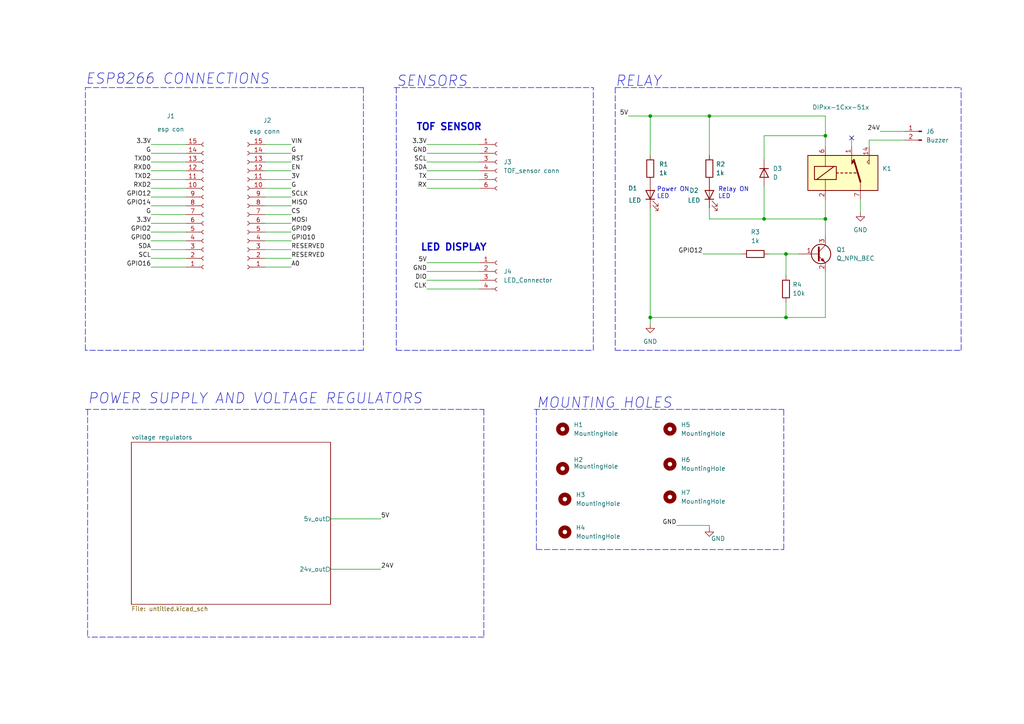
<source format=kicad_sch>
(kicad_sch (version 20211123) (generator eeschema)
  (paper "A4")
  (lib_symbols
    (symbol "Connector:Conn_01x02_Male" (pin_names (offset 1.016) hide)
      (property "Reference" "J" (at 0 2.54 0))
      (property "Value" "Conn_01x02_Male" (at 0 -5.08 0))
      (symbol "Conn_01x02_Male_1_1"
        (polyline (pts (xy 1.27 -2.54) (xy 0.8636 -2.54)) (stroke (width 0.1524)))
        (polyline (pts (xy 1.27 0) (xy 0.8636 0)) (stroke (width 0.1524)))
        (rectangle (start 0.8636 -2.413) (end 0 -2.667) (stroke (width 0.1524)) (fill (type outline)))
        (rectangle (start 0.8636 0.127) (end 0 -0.127) (stroke (width 0.1524)) (fill (type outline)))
        (pin passive line (at 5.08 0 180) (length 3.81) (name "Pin_1") (number "1"))
        (pin passive line (at 5.08 -2.54 180) (length 3.81) (name "Pin_2") (number "2"))
      )
    )
    (symbol "Connector:Conn_01x04_Female" (pin_names (offset 1.016) hide)
      (property "Reference" "J" (at 0 5.08 0))
      (property "Value" "Conn_01x04_Female" (at 0 -7.62 0))
      (symbol "Conn_01x04_Female_1_1"
        (arc (start 0 -4.572) (mid -0.508 -5.08) (end 0 -5.588) (stroke (width 0.1524)))
        (arc (start 0 -2.032) (mid -0.508 -2.54) (end 0 -3.048) (stroke (width 0.1524)))
        (polyline (pts (xy -1.27 -5.08) (xy -0.508 -5.08)) (stroke (width 0.1524)))
        (polyline (pts (xy -1.27 -2.54) (xy -0.508 -2.54)) (stroke (width 0.1524)))
        (polyline (pts (xy -1.27 0) (xy -0.508 0)) (stroke (width 0.1524)))
        (polyline (pts (xy -1.27 2.54) (xy -0.508 2.54)) (stroke (width 0.1524)))
        (arc (start 0 0.508) (mid -0.508 0) (end 0 -0.508) (stroke (width 0.1524)))
        (arc (start 0 3.048) (mid -0.508 2.54) (end 0 2.032) (stroke (width 0.1524)))
        (pin passive line (at -5.08 2.54 0) (length 3.81) (name "Pin_1") (number "1"))
        (pin passive line (at -5.08 0 0) (length 3.81) (name "Pin_2") (number "2"))
        (pin passive line (at -5.08 -2.54 0) (length 3.81) (name "Pin_3") (number "3"))
        (pin passive line (at -5.08 -5.08 0) (length 3.81) (name "Pin_4") (number "4"))
      )
    )
    (symbol "Connector:Conn_01x06_Female" (pin_names (offset 1.016) hide)
      (property "Reference" "J" (at 0 7.62 0))
      (property "Value" "Conn_01x06_Female" (at 0 -10.16 0))
      (symbol "Conn_01x06_Female_1_1"
        (arc (start 0 -7.112) (mid -0.508 -7.62) (end 0 -8.128) (stroke (width 0.1524)))
        (arc (start 0 -4.572) (mid -0.508 -5.08) (end 0 -5.588) (stroke (width 0.1524)))
        (arc (start 0 -2.032) (mid -0.508 -2.54) (end 0 -3.048) (stroke (width 0.1524)))
        (polyline (pts (xy -1.27 -7.62) (xy -0.508 -7.62)) (stroke (width 0.1524)))
        (polyline (pts (xy -1.27 -5.08) (xy -0.508 -5.08)) (stroke (width 0.1524)))
        (polyline (pts (xy -1.27 -2.54) (xy -0.508 -2.54)) (stroke (width 0.1524)))
        (polyline (pts (xy -1.27 0) (xy -0.508 0)) (stroke (width 0.1524)))
        (polyline (pts (xy -1.27 2.54) (xy -0.508 2.54)) (stroke (width 0.1524)))
        (polyline (pts (xy -1.27 5.08) (xy -0.508 5.08)) (stroke (width 0.1524)))
        (arc (start 0 0.508) (mid -0.508 0) (end 0 -0.508) (stroke (width 0.1524)))
        (arc (start 0 3.048) (mid -0.508 2.54) (end 0 2.032) (stroke (width 0.1524)))
        (arc (start 0 5.588) (mid -0.508 5.08) (end 0 4.572) (stroke (width 0.1524)))
        (pin passive line (at -5.08 5.08 0) (length 3.81) (name "Pin_1") (number "1"))
        (pin passive line (at -5.08 2.54 0) (length 3.81) (name "Pin_2") (number "2"))
        (pin passive line (at -5.08 0 0) (length 3.81) (name "Pin_3") (number "3"))
        (pin passive line (at -5.08 -2.54 0) (length 3.81) (name "Pin_4") (number "4"))
        (pin passive line (at -5.08 -5.08 0) (length 3.81) (name "Pin_5") (number "5"))
        (pin passive line (at -5.08 -7.62 0) (length 3.81) (name "Pin_6") (number "6"))
      )
    )
    (symbol "Connector:Conn_01x15_Female" (pin_names (offset 1.016) hide)
      (property "Reference" "J" (at 0 20.32 0))
      (property "Value" "Conn_01x15_Female" (at 0 -20.32 0))
      (symbol "Conn_01x15_Female_1_1"
        (arc (start 0 -17.272) (mid -0.508 -17.78) (end 0 -18.288) (stroke (width 0.1524)))
        (arc (start 0 -14.732) (mid -0.508 -15.24) (end 0 -15.748) (stroke (width 0.1524)))
        (arc (start 0 -12.192) (mid -0.508 -12.7) (end 0 -13.208) (stroke (width 0.1524)))
        (arc (start 0 -9.652) (mid -0.508 -10.16) (end 0 -10.668) (stroke (width 0.1524)))
        (arc (start 0 -7.112) (mid -0.508 -7.62) (end 0 -8.128) (stroke (width 0.1524)))
        (arc (start 0 -4.572) (mid -0.508 -5.08) (end 0 -5.588) (stroke (width 0.1524)))
        (arc (start 0 -2.032) (mid -0.508 -2.54) (end 0 -3.048) (stroke (width 0.1524)))
        (polyline (pts (xy -1.27 -17.78) (xy -0.508 -17.78)) (stroke (width 0.1524)))
        (polyline (pts (xy -1.27 -15.24) (xy -0.508 -15.24)) (stroke (width 0.1524)))
        (polyline (pts (xy -1.27 -12.7) (xy -0.508 -12.7)) (stroke (width 0.1524)))
        (polyline (pts (xy -1.27 -10.16) (xy -0.508 -10.16)) (stroke (width 0.1524)))
        (polyline (pts (xy -1.27 -7.62) (xy -0.508 -7.62)) (stroke (width 0.1524)))
        (polyline (pts (xy -1.27 -5.08) (xy -0.508 -5.08)) (stroke (width 0.1524)))
        (polyline (pts (xy -1.27 -2.54) (xy -0.508 -2.54)) (stroke (width 0.1524)))
        (polyline (pts (xy -1.27 0) (xy -0.508 0)) (stroke (width 0.1524)))
        (polyline (pts (xy -1.27 2.54) (xy -0.508 2.54)) (stroke (width 0.1524)))
        (polyline (pts (xy -1.27 5.08) (xy -0.508 5.08)) (stroke (width 0.1524)))
        (polyline (pts (xy -1.27 7.62) (xy -0.508 7.62)) (stroke (width 0.1524)))
        (polyline (pts (xy -1.27 10.16) (xy -0.508 10.16)) (stroke (width 0.1524)))
        (polyline (pts (xy -1.27 12.7) (xy -0.508 12.7)) (stroke (width 0.1524)))
        (polyline (pts (xy -1.27 15.24) (xy -0.508 15.24)) (stroke (width 0.1524)))
        (polyline (pts (xy -1.27 17.78) (xy -0.508 17.78)) (stroke (width 0.1524)))
        (arc (start 0 0.508) (mid -0.508 0) (end 0 -0.508) (stroke (width 0.1524)))
        (arc (start 0 3.048) (mid -0.508 2.54) (end 0 2.032) (stroke (width 0.1524)))
        (arc (start 0 5.588) (mid -0.508 5.08) (end 0 4.572) (stroke (width 0.1524)))
        (arc (start 0 8.128) (mid -0.508 7.62) (end 0 7.112) (stroke (width 0.1524)))
        (arc (start 0 10.668) (mid -0.508 10.16) (end 0 9.652) (stroke (width 0.1524)))
        (arc (start 0 13.208) (mid -0.508 12.7) (end 0 12.192) (stroke (width 0.1524)))
        (arc (start 0 15.748) (mid -0.508 15.24) (end 0 14.732) (stroke (width 0.1524)))
        (arc (start 0 18.288) (mid -0.508 17.78) (end 0 17.272) (stroke (width 0.1524)))
        (pin passive line (at -5.08 17.78 0) (length 3.81) (name "Pin_1") (number "1"))
        (pin passive line (at -5.08 -5.08 0) (length 3.81) (name "Pin_10") (number "10"))
        (pin passive line (at -5.08 -7.62 0) (length 3.81) (name "Pin_11") (number "11"))
        (pin passive line (at -5.08 -10.16 0) (length 3.81) (name "Pin_12") (number "12"))
        (pin passive line (at -5.08 -12.7 0) (length 3.81) (name "Pin_13") (number "13"))
        (pin passive line (at -5.08 -15.24 0) (length 3.81) (name "Pin_14") (number "14"))
        (pin passive line (at -5.08 -17.78 0) (length 3.81) (name "Pin_15") (number "15"))
        (pin passive line (at -5.08 15.24 0) (length 3.81) (name "Pin_2") (number "2"))
        (pin passive line (at -5.08 12.7 0) (length 3.81) (name "Pin_3") (number "3"))
        (pin passive line (at -5.08 10.16 0) (length 3.81) (name "Pin_4") (number "4"))
        (pin passive line (at -5.08 7.62 0) (length 3.81) (name "Pin_5") (number "5"))
        (pin passive line (at -5.08 5.08 0) (length 3.81) (name "Pin_6") (number "6"))
        (pin passive line (at -5.08 2.54 0) (length 3.81) (name "Pin_7") (number "7"))
        (pin passive line (at -5.08 0 0) (length 3.81) (name "Pin_8") (number "8"))
        (pin passive line (at -5.08 -2.54 0) (length 3.81) (name "Pin_9") (number "9"))
      )
    )
    (symbol "Device:D" (pin_numbers hide) (pin_names (offset 1.016) hide)
      (property "Reference" "D" (at 0 2.54 0))
      (property "Value" "D" (at 0 -2.54 0))
      (symbol "D_0_1"
        (polyline (pts (xy -1.27 1.27) (xy -1.27 -1.27)) (stroke (width 0.254)))
        (polyline (pts (xy 1.27 0) (xy -1.27 0)))
        (polyline (pts (xy 1.27 1.27) (xy 1.27 -1.27) (xy -1.27 0) (xy 1.27 1.27)) (stroke (width 0.254)))
      )
      (symbol "D_1_1"
        (pin passive line (at -3.81 0 0) (length 2.54) (name "K") (number "1"))
        (pin passive line (at 3.81 0 180) (length 2.54) (name "A") (number "2"))
      )
    )
    (symbol "Device:LED" (pin_numbers hide) (pin_names (offset 1.016) hide)
      (property "Reference" "D" (at 0 2.54 0))
      (property "Value" "LED" (at 0 -2.54 0))
      (symbol "LED_0_1"
        (polyline (pts (xy -1.27 -1.27) (xy -1.27 1.27)) (stroke (width 0.254)))
        (polyline (pts (xy -1.27 0) (xy 1.27 0)))
        (polyline (pts (xy 1.27 -1.27) (xy 1.27 1.27) (xy -1.27 0) (xy 1.27 -1.27)) (stroke (width 0.254)))
        (polyline (pts (xy -3.048 -0.762) (xy -4.572 -2.286) (xy -3.81 -2.286) (xy -4.572 -2.286) (xy -4.572 -1.524)))
        (polyline (pts (xy -1.778 -0.762) (xy -3.302 -2.286) (xy -2.54 -2.286) (xy -3.302 -2.286) (xy -3.302 -1.524)))
      )
      (symbol "LED_1_1"
        (pin passive line (at -3.81 0 0) (length 2.54) (name "K") (number "1"))
        (pin passive line (at 3.81 0 180) (length 2.54) (name "A") (number "2"))
      )
    )
    (symbol "Device:Q_NPN_BEC" (pin_names (offset 0) hide)
      (property "Reference" "Q" (at 5.08 1.27 0))
      (property "Value" "Q_NPN_BEC" (at 5.08 -1.27 0))
      (symbol "Q_NPN_BEC_0_1"
        (polyline (pts (xy 0.635 0.635) (xy 2.54 2.54)))
        (polyline (pts (xy 0.635 -0.635) (xy 2.54 -2.54) (xy 2.54 -2.54)))
        (polyline (pts (xy 0.635 1.905) (xy 0.635 -1.905) (xy 0.635 -1.905)) (stroke (width 0.508)))
        (polyline (pts (xy 1.27 -1.778) (xy 1.778 -1.27) (xy 2.286 -2.286) (xy 1.27 -1.778) (xy 1.27 -1.778)) (fill (type outline)))
        (circle (center 1.27 0) (radius 2.8194) (stroke (width 0.254)))
      )
      (symbol "Q_NPN_BEC_1_1"
        (pin input line (at -5.08 0 0) (length 5.715) (name "B") (number "1"))
        (pin passive line (at 2.54 -5.08 90) (length 2.54) (name "E") (number "2"))
        (pin passive line (at 2.54 5.08 270) (length 2.54) (name "C") (number "3"))
      )
    )
    (symbol "Device:R" (pin_numbers hide) (pin_names (offset 0))
      (property "Reference" "R" (at 2.032 0 90))
      (property "Value" "R" (at 0 0 90))
      (symbol "R_0_1"
        (rectangle (start -1.016 -2.54) (end 1.016 2.54) (stroke (width 0.254)))
      )
      (symbol "R_1_1"
        (pin passive line (at 0 3.81 270) (length 1.27) (name "~") (number "1"))
        (pin passive line (at 0 -3.81 90) (length 1.27) (name "~") (number "2"))
      )
    )
    (symbol "Mechanical:MountingHole" (pin_names (offset 1.016))
      (property "Reference" "H" (at 0 5.08 0))
      (property "Value" "MountingHole" (at 0 3.175 0))
      (symbol "MountingHole_0_1"
        (circle (center 0 0) (radius 1.27) (stroke (width 1.27)))
      )
    )
    (symbol "Relay:DIPxx-1Cxx-51x"
      (property "Reference" "K" (at 11.43 3.81 0))
      (property "Value" "DIPxx-1Cxx-51x" (at 11.43 1.27 0))
      (symbol "DIPxx-1Cxx-51x_0_0"
        (polyline (pts (xy 2.54 5.08) (xy 2.54 2.54) (xy 3.175 3.175) (xy 2.54 3.81)) (fill (type outline)))
        (polyline (pts (xy 7.62 5.08) (xy 7.62 2.54) (xy 6.985 3.175) (xy 7.62 3.81)))
      )
      (symbol "DIPxx-1Cxx-51x_0_1"
        (rectangle (start -10.16 5.08) (end 10.16 -5.08) (stroke (width 0.254)) (fill (type background)))
        (rectangle (start -8.255 1.905) (end -1.905 -1.905) (stroke (width 0.254)))
        (polyline (pts (xy -7.62 -1.905) (xy -2.54 1.905)) (stroke (width 0.254)))
        (polyline (pts (xy -5.08 -5.08) (xy -5.08 -1.905)))
        (polyline (pts (xy -5.08 5.08) (xy -5.08 1.905)))
        (polyline (pts (xy -1.905 0) (xy -1.27 0)) (stroke (width 0.254)))
        (polyline (pts (xy -0.635 0) (xy 0 0)) (stroke (width 0.254)))
        (polyline (pts (xy 0.635 0) (xy 1.27 0)) (stroke (width 0.254)))
        (polyline (pts (xy 1.905 0) (xy 2.54 0)) (stroke (width 0.254)))
        (polyline (pts (xy 3.175 0) (xy 3.81 0)) (stroke (width 0.254)))
        (polyline (pts (xy 5.08 -2.54) (xy 3.175 3.81)) (stroke (width 0.508)))
        (polyline (pts (xy 5.08 -2.54) (xy 5.08 -5.08)))
      )
      (symbol "DIPxx-1Cxx-51x_1_1"
        (pin passive line (at 2.54 7.62 270) (length 2.54) (name "~") (number "1"))
        (pin passive line (at 7.62 7.62 270) (length 2.54) (name "~") (number "14"))
        (pin passive line (at -5.08 -7.62 90) (length 2.54) (name "~") (number "2"))
        (pin passive line (at -5.08 7.62 270) (length 2.54) (name "~") (number "6"))
        (pin passive line (at 5.08 -7.62 90) (length 2.54) (name "~") (number "7"))
        (pin passive line (at 5.08 -7.62 90) (length 2.54) hide (name "~") (number "8"))
      )
    )
    (symbol "power:GND" (power) (pin_names (offset 0))
      (property "Value" "GND" (at 0 -3.81 0))
      (symbol "GND_0_1"
        (polyline (pts (xy 0 0) (xy 0 -1.27) (xy 1.27 -1.27) (xy 0 -2.54) (xy -1.27 -1.27) (xy 0 -1.27)))
      )
      (symbol "GND_1_1"
        (pin power_in line (at 0 0 270) (length 0) hide (name "GND") (number "1"))
      )
    )
  )
  (junction (at 227.965 73.66))
  (junction (at 227.965 92.075))
  (junction (at 239.395 39.37))
  (junction (at 188.595 92.075))
  (junction (at 239.395 63.5))
  (junction (at 188.595 33.655))
  (junction (at 205.74 33.655))
  (junction (at 221.615 63.5))
  (no_connect (at 247.015 40.005))
  (polyline (pts (xy 25.4 118.745) (xy 25.4 184.785)))
  (wire (pts (xy 84.455 57.15) (xy 76.835 57.15)))
  (wire (pts (xy 205.74 33.655) (xy 205.74 45.085)))
  (wire (pts (xy 84.455 46.99) (xy 76.835 46.99)))
  (wire (pts (xy 84.455 67.31) (xy 76.835 67.31)))
  (wire (pts (xy 123.825 49.53) (xy 139.065 49.53)))
  (wire (pts (xy 95.885 150.495) (xy 110.49 150.495)))
  (wire (pts (xy 239.395 57.785) (xy 239.395 63.5)))
  (wire (pts (xy 43.815 77.47) (xy 53.975 77.47)))
  (wire (pts (xy 239.395 92.075) (xy 227.965 92.075)))
  (wire (pts (xy 252.095 42.545) (xy 252.095 40.64)))
  (polyline (pts (xy 24.765 25.4) (xy 37.465 25.4)))
  (wire (pts (xy 239.395 63.5) (xy 239.395 68.58)))
  (polyline (pts (xy 37.465 25.4) (xy 105.41 25.4)))
  (wire (pts (xy 84.455 52.07) (xy 76.835 52.07)))
  (wire (pts (xy 205.74 33.655) (xy 239.395 33.655)))
  (wire (pts (xy 222.885 73.66) (xy 227.965 73.66)))
  (wire (pts (xy 123.825 76.2) (xy 139.065 76.2)))
  (wire (pts (xy 227.965 87.63) (xy 227.965 92.075)))
  (wire (pts (xy 221.615 63.5) (xy 239.395 63.5)))
  (wire (pts (xy 95.885 165.1) (xy 110.49 165.1)))
  (polyline (pts (xy 155.575 118.745) (xy 155.575 159.385)))
  (wire (pts (xy 43.815 41.91) (xy 53.975 41.91)))
  (polyline (pts (xy 178.435 25.4) (xy 178.435 101.6)))
  (wire (pts (xy 188.595 60.325) (xy 188.595 92.075)))
  (wire (pts (xy 123.825 52.07) (xy 139.065 52.07)))
  (wire (pts (xy 43.815 49.53) (xy 53.975 49.53)))
  (wire (pts (xy 249.555 57.785) (xy 249.555 61.595)))
  (polyline (pts (xy 24.765 101.6) (xy 24.765 25.4)))
  (wire (pts (xy 188.595 33.655) (xy 205.74 33.655)))
  (wire (pts (xy 84.455 54.61) (xy 76.835 54.61)))
  (polyline (pts (xy 140.335 118.745) (xy 140.335 184.785)))
  (wire (pts (xy 239.395 78.74) (xy 239.395 92.075)))
  (wire (pts (xy 123.825 54.61) (xy 139.065 54.61)))
  (wire (pts (xy 84.455 74.93) (xy 76.835 74.93)))
  (wire (pts (xy 255.27 38.1) (xy 262.255 38.1)))
  (wire (pts (xy 84.455 59.69) (xy 76.835 59.69)))
  (polyline (pts (xy 172.085 101.6) (xy 172.085 25.4)))
  (polyline (pts (xy 178.435 101.6) (xy 278.765 101.6)))
  (polyline (pts (xy 105.41 25.4) (xy 105.41 101.6)))
  (wire (pts (xy 43.815 46.99) (xy 53.975 46.99)))
  (wire (pts (xy 43.815 72.39) (xy 53.975 72.39)))
  (wire (pts (xy 123.825 46.99) (xy 139.065 46.99)))
  (wire (pts (xy 188.595 33.655) (xy 188.595 45.085)))
  (wire (pts (xy 205.74 60.325) (xy 205.74 63.5)))
  (wire (pts (xy 84.455 49.53) (xy 76.835 49.53)))
  (wire (pts (xy 221.615 53.975) (xy 221.615 63.5)))
  (wire (pts (xy 43.815 54.61) (xy 53.975 54.61)))
  (wire (pts (xy 43.815 69.85) (xy 53.975 69.85)))
  (polyline (pts (xy 114.935 101.6) (xy 172.085 101.6)))
  (wire (pts (xy 43.815 52.07) (xy 53.975 52.07)))
  (wire (pts (xy 221.615 39.37) (xy 239.395 39.37)))
  (wire (pts (xy 227.965 73.66) (xy 227.965 80.01)))
  (polyline (pts (xy 114.3 25.4) (xy 172.085 25.4)))
  (wire (pts (xy 188.595 92.075) (xy 227.965 92.075)))
  (wire (pts (xy 123.825 44.45) (xy 139.065 44.45)))
  (wire (pts (xy 196.215 152.4) (xy 205.74 152.4)))
  (wire (pts (xy 84.455 69.85) (xy 76.835 69.85)))
  (wire (pts (xy 43.815 57.15) (xy 53.975 57.15)))
  (wire (pts (xy 84.455 64.77) (xy 76.835 64.77)))
  (polyline (pts (xy 278.765 101.6) (xy 278.765 25.4)))
  (wire (pts (xy 227.965 73.66) (xy 231.775 73.66)))
  (wire (pts (xy 84.455 62.23) (xy 76.835 62.23)))
  (wire (pts (xy 182.245 33.655) (xy 188.595 33.655)))
  (wire (pts (xy 43.815 44.45) (xy 53.975 44.45)))
  (wire (pts (xy 84.455 77.47) (xy 76.835 77.47)))
  (wire (pts (xy 239.395 42.545) (xy 239.395 39.37)))
  (wire (pts (xy 84.455 72.39) (xy 76.835 72.39)))
  (polyline (pts (xy 178.435 25.4) (xy 278.765 25.4)))
  (wire (pts (xy 188.595 92.075) (xy 188.595 93.98)))
  (wire (pts (xy 123.825 83.82) (xy 139.065 83.82)))
  (wire (pts (xy 84.455 44.45) (xy 76.835 44.45)))
  (polyline (pts (xy 155.575 159.385) (xy 227.33 159.385)))
  (wire (pts (xy 84.455 41.91) (xy 76.835 41.91)))
  (wire (pts (xy 205.74 152.4) (xy 205.74 153.035)))
  (wire (pts (xy 43.815 64.77) (xy 53.975 64.77)))
  (polyline (pts (xy 227.33 159.385) (xy 227.33 118.745)))
  (wire (pts (xy 43.815 67.31) (xy 53.975 67.31)))
  (wire (pts (xy 123.825 41.91) (xy 139.065 41.91)))
  (wire (pts (xy 43.815 62.23) (xy 53.975 62.23)))
  (wire (pts (xy 205.74 63.5) (xy 221.615 63.5)))
  (polyline (pts (xy 24.765 118.745) (xy 140.335 118.745)))
  (polyline (pts (xy 154.94 118.745) (xy 227.33 118.745)))
  (wire (pts (xy 203.835 73.66) (xy 215.265 73.66)))
  (wire (pts (xy 239.395 39.37) (xy 239.395 33.655)))
  (wire (pts (xy 123.825 81.28) (xy 139.065 81.28)))
  (polyline (pts (xy 140.335 184.785) (xy 25.4 184.785)))
  (wire (pts (xy 252.095 40.64) (xy 262.255 40.64)))
  (polyline (pts (xy 114.935 25.4) (xy 114.935 101.6)))
  (wire (pts (xy 247.015 40.005) (xy 247.015 42.545)))
  (wire (pts (xy 123.825 78.74) (xy 139.065 78.74)))
  (polyline (pts (xy 105.41 101.6) (xy 24.765 101.6)))
  (wire (pts (xy 221.615 46.355) (xy 221.615 39.37)))
  (wire (pts (xy 43.815 74.93) (xy 53.975 74.93)))
  (wire (pts (xy 43.815 59.69) (xy 53.975 59.69)))
  (text "LED DISPLAY" (at 121.92 73.025 0) (effects (font (size 2 2) (thickness 0.4) bold) (justify left bottom)))
  (text "TOF SENSOR" (at 120.65 38.1 0) (effects (font (size 2 2) bold) (justify left bottom)))
  (text "Relay ON\nLED" (at 208.28 57.785 0) (effects (font (size 1.27 1.27)) (justify left bottom)))
  (text "POWER SUPPLY AND VOLTAGE REGULATORS" (at 25.4 117.475 0) (effects (font (size 3 3) italic) (justify left bottom)))
  (text "SENSORS" (at 114.935 25.4 0) (effects (font (size 3 3) italic) (justify left bottom)))
  (text "Power ON \nLED" (at 190.5 57.785 0) (effects (font (size 1.27 1.27)) (justify left bottom)))
  (text "MOUNTING HOLES" (at 155.575 118.745 0) (effects (font (size 3 3) italic) (justify left bottom)))
  (text "RELAY" (at 178.435 25.4 0) (effects (font (size 3 3) italic) (justify left bottom)))
  (text "ESP8266 CONNECTIONS" (at 24.765 24.765 0) (effects (font (size 3 3) italic) (justify left bottom)))
  (label "G" (at 84.455 44.45 0))
  (label "TX" (at 123.825 52.07 180))
  (label "RXD2" (at 43.815 54.61 180))
  (label "24V" (at 110.49 165.1 0))
  (label "RXD0" (at 43.815 49.53 180))
  (label "GPIO10" (at 84.455 69.85 0))
  (label "VIN" (at 84.455 41.91 0))
  (label "5V" (at 110.49 150.495 0))
  (label "MISO" (at 84.455 59.69 0))
  (label "GND" (at 123.825 44.45 180))
  (label "SCL" (at 43.815 74.93 180))
  (label "GPIO0" (at 43.815 69.85 180))
  (label "RESERVED" (at 84.455 72.39 0))
  (label "GND" (at 123.825 78.74 180))
  (label "GPIO12" (at 43.815 57.15 180))
  (label "RX" (at 123.825 54.61 180))
  (label "RST" (at 84.455 46.99 0))
  (label "24V" (at 255.27 38.1 180))
  (label "G" (at 43.815 62.23 180))
  (label "SCLK" (at 84.455 57.15 0))
  (label "EN" (at 84.455 49.53 0))
  (label "A0" (at 84.455 77.47 0))
  (label "3.3V" (at 43.815 41.91 180))
  (label "GND" (at 196.215 152.4 180))
  (label "DIO" (at 123.825 81.28 180))
  (label "SCL" (at 123.825 46.99 180))
  (label "3.3V" (at 123.825 41.91 180))
  (label "3V" (at 84.455 52.07 0))
  (label "G" (at 84.455 54.61 0))
  (label "TXD0" (at 43.815 46.99 180))
  (label "GPIO14" (at 43.815 59.69 180))
  (label "GPIO16" (at 43.815 77.47 180))
  (label "GPIO12" (at 203.835 73.66 180))
  (label "TXD2" (at 43.815 52.07 180))
  (label "GPIO9" (at 84.455 67.31 0))
  (label "CLK" (at 123.825 83.82 180))
  (label "5V" (at 123.825 76.2 180))
  (label "5V" (at 182.245 33.655 180))
  (label "RESERVED" (at 84.455 74.93 0))
  (label "G" (at 43.815 44.45 180))
  (label "CS" (at 84.455 62.23 0))
  (label "GPIO2" (at 43.815 67.31 180))
  (label "3.3V" (at 43.815 64.77 180))
  (label "MOSI" (at 84.455 64.77 0))
  (label "SDA" (at 43.815 72.39 180))
  (label "SDA" (at 123.825 49.53 180))
  (symbol (lib_id "Connector:Conn_01x06_Female") (at 144.145 46.99 0) (unit 1)
    (property "Reference" "J3" (at 146.05 46.9899 0) (effects (justify left)))
    (property "Value" "TOF_sensor conn" (at 146.05 49.5299 0) (effects (justify left)))
    (property "Footprint" "Connector_PinSocket_2.54mm:PinSocket_1x06_P2.54mm_Horizontal" (effects hide))
  )
  (symbol (lib_id "Device:R") (at 219.075 73.66 90) (unit 1)
    (property "Reference" "R3" (at 219.075 67.31 90))
    (property "Value" "1k" (at 219.075 69.85 90))
    (property "Footprint" "Resistor_SMD:R_0603_1608Metric" (effects hide))
  )
  (symbol (lib_id "Connector:Conn_01x15_Female") (at 71.755 59.69 180) (unit 1)
    (property "Reference" "J2" (at 78.74 34.925 0) (effects (justify left)))
    (property "Value" "esp conn" (at 81.28 38.1 0) (effects (justify left)))
    (property "Footprint" "Connector_PinSocket_2.54mm:PinSocket_1x15_P2.54mm_Vertical" (effects hide))
  )
  (symbol (lib_id "Connector:Conn_01x15_Female") (at 59.055 59.69 0) (mirror x) (unit 1)
    (property "Reference" "J1" (at 49.53 33.655 0))
    (property "Value" "esp con" (at 49.53 37.465 0))
    (property "Footprint" "Connector_PinSocket_2.54mm:PinSocket_1x15_P2.54mm_Vertical" (effects hide))
  )
  (symbol (lib_id "power:GND") (at 188.595 93.98 0) (unit 1)
    (property "Reference" "#PWR02" (effects hide))
    (property "Value" "GND" (at 188.595 99.06 0))
  )
  (symbol (lib_id "Device:D") (at 221.615 50.165 270) (unit 1)
    (property "Reference" "D3" (at 224.155 48.8949 90) (effects (justify left)))
    (property "Value" "D" (at 224.155 51.4349 90) (effects (justify left)))
    (property "Footprint" "Package_TO_SOT_SMD:SOT-23" (effects hide))
  )
  (symbol (lib_id "Mechanical:MountingHole") (at 163.83 144.78 0) (unit 1)
    (property "Reference" "H3" (at 167.005 143.5099 0) (effects (justify left)))
    (property "Value" "MountingHole" (at 167.005 146.0499 0) (effects (justify left)))
    (property "Footprint" "MountingHole:MountingHole_2mm" (effects hide))
  )
  (symbol (lib_id "power:GND") (at 249.555 61.595 0) (unit 1)
    (property "Reference" "#PWR04" (effects hide))
    (property "Value" "GND" (at 249.555 66.675 0))
  )
  (symbol (lib_id "Device:Q_NPN_BEC") (at 236.855 73.66 0) (unit 1)
    (property "Reference" "Q1" (at 242.57 72.3899 0) (effects (justify left)))
    (property "Value" "Q_NPN_BEC" (at 242.57 74.9299 0) (effects (justify left)))
    (property "Footprint" "Package_TO_SOT_SMD:TO-252-3_TabPin2" (effects hide))
  )
  (symbol (lib_id "Device:LED") (at 205.74 56.515 90) (unit 1)
    (property "Reference" "D2" (at 201.295 55.245 90))
    (property "Value" "LED" (at 201.295 58.1025 90))
    (property "Footprint" "LED_SMD:LED_0603_1608Metric" (effects hide))
  )
  (symbol (lib_id "Mechanical:MountingHole") (at 194.31 124.46 0) (unit 1)
    (property "Reference" "H5" (at 197.485 123.1899 0) (effects (justify left)))
    (property "Value" "MountingHole" (at 197.485 125.7299 0) (effects (justify left)))
    (property "Footprint" "MountingHole:MountingHole_2mm" (effects hide))
  )
  (symbol (lib_id "power:GND") (at 205.74 153.035 0) (unit 1)
    (property "Reference" "#PWR03" (effects hide))
    (property "Value" "GND" (at 208.28 156.21 0))
  )
  (symbol (lib_id "Mechanical:MountingHole") (at 163.195 135.89 0) (unit 1)
    (property "Reference" "H2" (at 166.37 133.35 0) (effects (justify left)))
    (property "Value" "MountingHole" (at 166.37 135.255 0) (effects (justify left)))
    (property "Footprint" "MountingHole:MountingHole_2mm" (effects hide))
  )
  (symbol (lib_id "Connector:Conn_01x04_Female") (at 144.145 78.74 0) (unit 1)
    (property "Reference" "J4" (at 146.05 78.7399 0) (effects (justify left)))
    (property "Value" "LED_Connector" (at 146.05 81.2799 0) (effects (justify left)))
    (property "Footprint" "Connector_PinSocket_2.54mm:PinSocket_1x04_P2.54mm_Horizontal" (effects hide))
  )
  (symbol (lib_id "Mechanical:MountingHole") (at 163.195 124.46 0) (unit 1)
    (property "Reference" "H1" (at 166.37 123.1899 0) (effects (justify left)))
    (property "Value" "MountingHole" (at 166.37 125.7299 0) (effects (justify left)))
    (property "Footprint" "MountingHole:MountingHole_2mm" (effects hide))
  )
  (symbol (lib_id "Device:LED") (at 188.595 56.515 90) (unit 1)
    (property "Reference" "D1" (at 183.515 54.61 90))
    (property "Value" "LED" (at 184.15 58.1025 90))
    (property "Footprint" "LED_SMD:LED_0603_1608Metric" (effects hide))
  )
  (symbol (lib_id "Mechanical:MountingHole") (at 163.83 154.305 0) (unit 1)
    (property "Reference" "H4" (at 167.005 153.0349 0) (effects (justify left)))
    (property "Value" "MountingHole" (at 167.005 155.5749 0) (effects (justify left)))
    (property "Footprint" "MountingHole:MountingHole_2mm" (effects hide))
  )
  (symbol (lib_id "Mechanical:MountingHole") (at 194.31 144.145 0) (unit 1)
    (property "Reference" "H7" (at 197.485 142.8749 0) (effects (justify left)))
    (property "Value" "MountingHole" (at 197.485 145.4149 0) (effects (justify left)))
    (property "Footprint" "MountingHole:MountingHole_2mm" (effects hide))
  )
  (symbol (lib_id "Relay:DIPxx-1Cxx-51x") (at 244.475 50.165 0) (unit 1)
    (property "Reference" "K1" (at 255.905 48.8949 0) (effects (justify left)))
    (property "Value" "DIPxx-1Cxx-51x" (at 235.585 31.115 0) (effects (justify left)))
    (property "Footprint" "Relay_THT:Relay_StandexMeder_DIP_LowProfile" (effects hide))
    (property "Datasheet" "https://standexelectronics.com/wp-content/uploads/datasheet_reed_relay_DIP.pdf" (effects hide))
  )
  (symbol (lib_id "Device:R") (at 205.74 48.895 0) (unit 1)
    (property "Reference" "R2" (at 207.645 47.6249 0) (effects (justify left)))
    (property "Value" "1k" (at 207.645 50.1649 0) (effects (justify left)))
    (property "Footprint" "Resistor_SMD:R_0603_1608Metric" (effects hide))
  )
  (symbol (lib_id "Mechanical:MountingHole") (at 194.31 134.62 0) (unit 1)
    (property "Reference" "H6" (at 197.485 133.3499 0) (effects (justify left)))
    (property "Value" "MountingHole" (at 197.485 135.8899 0) (effects (justify left)))
    (property "Footprint" "MountingHole:MountingHole_2mm" (effects hide))
  )
  (symbol (lib_id "Device:R") (at 227.965 83.82 180) (unit 1)
    (property "Reference" "R4" (at 229.87 82.5499 0) (effects (justify right)))
    (property "Value" "10k" (at 229.87 85.0899 0) (effects (justify right)))
    (property "Footprint" "Resistor_SMD:R_0603_1608Metric" (effects hide))
  )
  (symbol (lib_id "Connector:Conn_01x02_Male") (at 267.335 38.1 0) (mirror y) (unit 1)
    (property "Reference" "J6" (at 268.605 38.0999 0) (effects (justify right)))
    (property "Value" "Buzzer" (at 268.605 40.6399 0) (effects (justify right)))
    (property "Footprint" "Connector_JST:JST_EH_S2B-EH_1x02_P2.50mm_Horizontal" (effects hide))
  )
  (symbol (lib_id "Device:R") (at 188.595 48.895 0) (unit 1)
    (property "Reference" "R1" (at 191.135 47.6249 0) (effects (justify left)))
    (property "Value" "1k" (at 191.135 50.1649 0) (effects (justify left)))
    (property "Footprint" "Resistor_SMD:R_0603_1608Metric" (effects hide))
  )
  (sheet (at 38.1 128.27) (size 57.785 46.99) (stroke (width 0.1524))
    (property "Sheet name" "voltage regulators" (at 38.1 127.5584 0) (effects (justify left bottom)))
    (property "Sheet file" "untitled.kicad_sch" (at 38.1 175.8446 0) (effects (justify left top)))
    (pin "5v_out" output (at 95.885 150.495 0))
    (pin "24v_out" output (at 95.885 165.1 0))
  )
)
</source>
